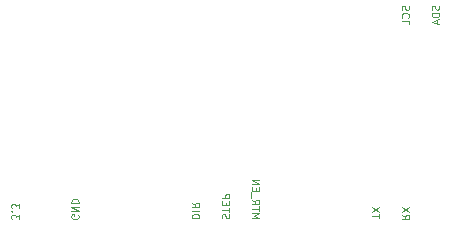
<source format=gbr>
G04 #@! TF.GenerationSoftware,KiCad,Pcbnew,(5.99.0-6632-gb710573c5)*
G04 #@! TF.CreationDate,2020-11-23T17:19:52-05:00*
G04 #@! TF.ProjectId,syringe_board,73797269-6e67-4655-9f62-6f6172642e6b,3.3*
G04 #@! TF.SameCoordinates,Original*
G04 #@! TF.FileFunction,Legend,Bot*
G04 #@! TF.FilePolarity,Positive*
%FSLAX46Y46*%
G04 Gerber Fmt 4.6, Leading zero omitted, Abs format (unit mm)*
G04 Created by KiCad (PCBNEW (5.99.0-6632-gb710573c5)) date 2020-11-23 17:19:52*
%MOMM*%
%LPD*%
G01*
G04 APERTURE LIST*
%ADD10C,0.076200*%
G04 APERTURE END LIST*
D10*
X125633238Y-126331738D02*
X125633238Y-125938642D01*
X125391333Y-126150309D01*
X125391333Y-126059595D01*
X125361095Y-125999119D01*
X125330857Y-125968880D01*
X125270380Y-125938642D01*
X125119190Y-125938642D01*
X125058714Y-125968880D01*
X125028476Y-125999119D01*
X124998238Y-126059595D01*
X124998238Y-126241023D01*
X125028476Y-126301500D01*
X125058714Y-126331738D01*
X125058714Y-125666500D02*
X125028476Y-125636261D01*
X124998238Y-125666500D01*
X125028476Y-125696738D01*
X125058714Y-125666500D01*
X124998238Y-125666500D01*
X125633238Y-125424595D02*
X125633238Y-125031500D01*
X125391333Y-125243166D01*
X125391333Y-125152452D01*
X125361095Y-125091976D01*
X125330857Y-125061738D01*
X125270380Y-125031500D01*
X125119190Y-125031500D01*
X125058714Y-125061738D01*
X125028476Y-125091976D01*
X124998238Y-125152452D01*
X124998238Y-125333880D01*
X125028476Y-125394357D01*
X125058714Y-125424595D01*
X130683000Y-125959809D02*
X130713238Y-126020285D01*
X130713238Y-126111000D01*
X130683000Y-126201714D01*
X130622523Y-126262190D01*
X130562047Y-126292428D01*
X130441095Y-126322666D01*
X130350380Y-126322666D01*
X130229428Y-126292428D01*
X130168952Y-126262190D01*
X130108476Y-126201714D01*
X130078238Y-126111000D01*
X130078238Y-126050523D01*
X130108476Y-125959809D01*
X130138714Y-125929571D01*
X130350380Y-125929571D01*
X130350380Y-126050523D01*
X130078238Y-125657428D02*
X130713238Y-125657428D01*
X130078238Y-125294571D01*
X130713238Y-125294571D01*
X130078238Y-124992190D02*
X130713238Y-124992190D01*
X130713238Y-124841000D01*
X130683000Y-124750285D01*
X130622523Y-124689809D01*
X130562047Y-124659571D01*
X130441095Y-124629333D01*
X130350380Y-124629333D01*
X130229428Y-124659571D01*
X130168952Y-124689809D01*
X130108476Y-124750285D01*
X130078238Y-124841000D01*
X130078238Y-124992190D01*
X161191423Y-108245728D02*
X161221661Y-108336442D01*
X161221661Y-108487633D01*
X161191423Y-108548109D01*
X161161185Y-108578347D01*
X161100709Y-108608585D01*
X161040233Y-108608585D01*
X160979757Y-108578347D01*
X160949519Y-108548109D01*
X160919280Y-108487633D01*
X160889042Y-108366680D01*
X160858804Y-108306204D01*
X160828566Y-108275966D01*
X160768090Y-108245728D01*
X160707614Y-108245728D01*
X160647138Y-108275966D01*
X160616900Y-108306204D01*
X160586661Y-108366680D01*
X160586661Y-108517871D01*
X160616900Y-108608585D01*
X161221661Y-108880728D02*
X160586661Y-108880728D01*
X160586661Y-109031919D01*
X160616900Y-109122633D01*
X160677376Y-109183109D01*
X160737852Y-109213347D01*
X160858804Y-109243585D01*
X160949519Y-109243585D01*
X161070471Y-109213347D01*
X161130947Y-109183109D01*
X161191423Y-109122633D01*
X161221661Y-109031919D01*
X161221661Y-108880728D01*
X161040233Y-109485490D02*
X161040233Y-109787871D01*
X161221661Y-109425014D02*
X160586661Y-109636680D01*
X161221661Y-109848347D01*
X158081738Y-125962833D02*
X158384119Y-126174500D01*
X158081738Y-126325690D02*
X158716738Y-126325690D01*
X158716738Y-126083785D01*
X158686500Y-126023309D01*
X158656261Y-125993071D01*
X158595785Y-125962833D01*
X158505071Y-125962833D01*
X158444595Y-125993071D01*
X158414357Y-126023309D01*
X158384119Y-126083785D01*
X158384119Y-126325690D01*
X158716738Y-125751166D02*
X158081738Y-125327833D01*
X158716738Y-125327833D02*
X158081738Y-125751166D01*
X145356338Y-126245257D02*
X145991338Y-126245257D01*
X145537766Y-126033590D01*
X145991338Y-125821923D01*
X145356338Y-125821923D01*
X145991338Y-125610257D02*
X145991338Y-125247400D01*
X145356338Y-125428828D02*
X145991338Y-125428828D01*
X145356338Y-124672876D02*
X145658719Y-124884542D01*
X145356338Y-125035733D02*
X145991338Y-125035733D01*
X145991338Y-124793828D01*
X145961100Y-124733352D01*
X145930861Y-124703114D01*
X145870385Y-124672876D01*
X145779671Y-124672876D01*
X145719195Y-124703114D01*
X145688957Y-124733352D01*
X145658719Y-124793828D01*
X145658719Y-125035733D01*
X145295861Y-124551923D02*
X145295861Y-124068114D01*
X145688957Y-123916923D02*
X145688957Y-123705257D01*
X145356338Y-123614542D02*
X145356338Y-123916923D01*
X145991338Y-123916923D01*
X145991338Y-123614542D01*
X145356338Y-123342400D02*
X145991338Y-123342400D01*
X145356338Y-122979542D01*
X145991338Y-122979542D01*
X158651423Y-108260847D02*
X158681661Y-108351561D01*
X158681661Y-108502752D01*
X158651423Y-108563228D01*
X158621185Y-108593466D01*
X158560709Y-108623704D01*
X158500233Y-108623704D01*
X158439757Y-108593466D01*
X158409519Y-108563228D01*
X158379280Y-108502752D01*
X158349042Y-108381800D01*
X158318804Y-108321323D01*
X158288566Y-108291085D01*
X158228090Y-108260847D01*
X158167614Y-108260847D01*
X158107138Y-108291085D01*
X158076900Y-108321323D01*
X158046661Y-108381800D01*
X158046661Y-108532990D01*
X158076900Y-108623704D01*
X158621185Y-109258704D02*
X158651423Y-109228466D01*
X158681661Y-109137752D01*
X158681661Y-109077276D01*
X158651423Y-108986561D01*
X158590947Y-108926085D01*
X158530471Y-108895847D01*
X158409519Y-108865609D01*
X158318804Y-108865609D01*
X158197852Y-108895847D01*
X158137376Y-108926085D01*
X158076900Y-108986561D01*
X158046661Y-109077276D01*
X158046661Y-109137752D01*
X158076900Y-109228466D01*
X158107138Y-109258704D01*
X158681661Y-109833228D02*
X158681661Y-109530847D01*
X158046661Y-109530847D01*
X156176738Y-126264609D02*
X156176738Y-125901752D01*
X155541738Y-126083180D02*
X156176738Y-126083180D01*
X156176738Y-125750561D02*
X155541738Y-125327228D01*
X156176738Y-125327228D02*
X155541738Y-125750561D01*
X140301738Y-126238000D02*
X140936738Y-126238000D01*
X140936738Y-126086809D01*
X140906500Y-125996095D01*
X140846023Y-125935619D01*
X140785547Y-125905380D01*
X140664595Y-125875142D01*
X140573880Y-125875142D01*
X140452928Y-125905380D01*
X140392452Y-125935619D01*
X140331976Y-125996095D01*
X140301738Y-126086809D01*
X140301738Y-126238000D01*
X140301738Y-125603000D02*
X140936738Y-125603000D01*
X140301738Y-124937761D02*
X140604119Y-125149428D01*
X140301738Y-125300619D02*
X140936738Y-125300619D01*
X140936738Y-125058714D01*
X140906500Y-124998238D01*
X140876261Y-124968000D01*
X140815785Y-124937761D01*
X140725071Y-124937761D01*
X140664595Y-124968000D01*
X140634357Y-124998238D01*
X140604119Y-125058714D01*
X140604119Y-125300619D01*
X142871976Y-126250095D02*
X142841738Y-126159380D01*
X142841738Y-126008190D01*
X142871976Y-125947714D01*
X142902214Y-125917476D01*
X142962690Y-125887238D01*
X143023166Y-125887238D01*
X143083642Y-125917476D01*
X143113880Y-125947714D01*
X143144119Y-126008190D01*
X143174357Y-126129142D01*
X143204595Y-126189619D01*
X143234833Y-126219857D01*
X143295309Y-126250095D01*
X143355785Y-126250095D01*
X143416261Y-126219857D01*
X143446500Y-126189619D01*
X143476738Y-126129142D01*
X143476738Y-125977952D01*
X143446500Y-125887238D01*
X143476738Y-125705809D02*
X143476738Y-125342952D01*
X142841738Y-125524380D02*
X143476738Y-125524380D01*
X143174357Y-125131285D02*
X143174357Y-124919619D01*
X142841738Y-124828904D02*
X142841738Y-125131285D01*
X143476738Y-125131285D01*
X143476738Y-124828904D01*
X142841738Y-124556761D02*
X143476738Y-124556761D01*
X143476738Y-124314857D01*
X143446500Y-124254380D01*
X143416261Y-124224142D01*
X143355785Y-124193904D01*
X143265071Y-124193904D01*
X143204595Y-124224142D01*
X143174357Y-124254380D01*
X143144119Y-124314857D01*
X143144119Y-124556761D01*
M02*

</source>
